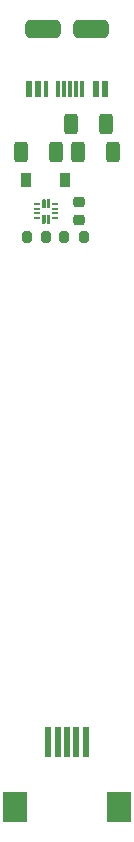
<source format=gbr>
%TF.GenerationSoftware,KiCad,Pcbnew,(6.0.7)*%
%TF.CreationDate,2022-10-02T22:03:49-05:00*%
%TF.ProjectId,OTG_PCB,4f54475f-5043-4422-9e6b-696361645f70,rev?*%
%TF.SameCoordinates,Original*%
%TF.FileFunction,Paste,Top*%
%TF.FilePolarity,Positive*%
%FSLAX46Y46*%
G04 Gerber Fmt 4.6, Leading zero omitted, Abs format (unit mm)*
G04 Created by KiCad (PCBNEW (6.0.7)) date 2022-10-02 22:03:49*
%MOMM*%
%LPD*%
G01*
G04 APERTURE LIST*
G04 Aperture macros list*
%AMRoundRect*
0 Rectangle with rounded corners*
0 $1 Rounding radius*
0 $2 $3 $4 $5 $6 $7 $8 $9 X,Y pos of 4 corners*
0 Add a 4 corners polygon primitive as box body*
4,1,4,$2,$3,$4,$5,$6,$7,$8,$9,$2,$3,0*
0 Add four circle primitives for the rounded corners*
1,1,$1+$1,$2,$3*
1,1,$1+$1,$4,$5*
1,1,$1+$1,$6,$7*
1,1,$1+$1,$8,$9*
0 Add four rect primitives between the rounded corners*
20,1,$1+$1,$2,$3,$4,$5,0*
20,1,$1+$1,$4,$5,$6,$7,0*
20,1,$1+$1,$6,$7,$8,$9,0*
20,1,$1+$1,$8,$9,$2,$3,0*%
G04 Aperture macros list end*
%ADD10C,0.100000*%
%ADD11R,0.499999X0.200000*%
%ADD12R,0.900000X1.200000*%
%ADD13RoundRect,0.381000X1.119000X0.381000X-1.119000X0.381000X-1.119000X-0.381000X1.119000X-0.381000X0*%
%ADD14R,0.600000X1.450000*%
%ADD15R,0.300000X1.450000*%
%ADD16R,0.500000X2.500000*%
%ADD17R,2.000000X2.500000*%
%ADD18RoundRect,0.225000X0.250000X-0.225000X0.250000X0.225000X-0.250000X0.225000X-0.250000X-0.225000X0*%
%ADD19RoundRect,0.200000X-0.200000X-0.275000X0.200000X-0.275000X0.200000X0.275000X-0.200000X0.275000X0*%
%ADD20RoundRect,0.200000X0.200000X0.275000X-0.200000X0.275000X-0.200000X-0.275000X0.200000X-0.275000X0*%
%ADD21RoundRect,0.250000X-0.312500X-0.625000X0.312500X-0.625000X0.312500X0.625000X-0.312500X0.625000X0*%
%ADD22RoundRect,0.250000X0.312500X0.625000X-0.312500X0.625000X-0.312500X-0.625000X0.312500X-0.625000X0*%
G04 APERTURE END LIST*
%TO.C,U2*%
G36*
X109496883Y-85509646D02*
G01*
X109507577Y-85512890D01*
X109517432Y-85518158D01*
X109526068Y-85525247D01*
X109533157Y-85533883D01*
X109538425Y-85543738D01*
X109541669Y-85554432D01*
X109542763Y-85565552D01*
X109542763Y-86121553D01*
X109541669Y-86132673D01*
X109538425Y-86143366D01*
X109533157Y-86153221D01*
X109526068Y-86161857D01*
X109517432Y-86168947D01*
X109507577Y-86174215D01*
X109496883Y-86177458D01*
X109485763Y-86178553D01*
X109399764Y-86178553D01*
X109388644Y-86177458D01*
X109377950Y-86174215D01*
X109368095Y-86168947D01*
X109359459Y-86161857D01*
X109352370Y-86153221D01*
X109347102Y-86143366D01*
X109343859Y-86132673D01*
X109342764Y-86121553D01*
X109342764Y-85565552D01*
X109343859Y-85554432D01*
X109347102Y-85543738D01*
X109352370Y-85533883D01*
X109359459Y-85525247D01*
X109368095Y-85518158D01*
X109377950Y-85512890D01*
X109388644Y-85509646D01*
X109399764Y-85508552D01*
X109485763Y-85508552D01*
X109496883Y-85509646D01*
G37*
D10*
X109496883Y-85509646D02*
X109507577Y-85512890D01*
X109517432Y-85518158D01*
X109526068Y-85525247D01*
X109533157Y-85533883D01*
X109538425Y-85543738D01*
X109541669Y-85554432D01*
X109542763Y-85565552D01*
X109542763Y-86121553D01*
X109541669Y-86132673D01*
X109538425Y-86143366D01*
X109533157Y-86153221D01*
X109526068Y-86161857D01*
X109517432Y-86168947D01*
X109507577Y-86174215D01*
X109496883Y-86177458D01*
X109485763Y-86178553D01*
X109399764Y-86178553D01*
X109388644Y-86177458D01*
X109377950Y-86174215D01*
X109368095Y-86168947D01*
X109359459Y-86161857D01*
X109352370Y-86153221D01*
X109347102Y-86143366D01*
X109343859Y-86132673D01*
X109342764Y-86121553D01*
X109342764Y-85565552D01*
X109343859Y-85554432D01*
X109347102Y-85543738D01*
X109352370Y-85533883D01*
X109359459Y-85525247D01*
X109368095Y-85518158D01*
X109377950Y-85512890D01*
X109388644Y-85509646D01*
X109399764Y-85508552D01*
X109485763Y-85508552D01*
X109496883Y-85509646D01*
G36*
X109096884Y-84209644D02*
G01*
X109107578Y-84212887D01*
X109117433Y-84218155D01*
X109126069Y-84225245D01*
X109133158Y-84233881D01*
X109138426Y-84243736D01*
X109141669Y-84254429D01*
X109142764Y-84265549D01*
X109142764Y-84821550D01*
X109141669Y-84832670D01*
X109138426Y-84843364D01*
X109133158Y-84853219D01*
X109126069Y-84861855D01*
X109117433Y-84868944D01*
X109107578Y-84874212D01*
X109096884Y-84877456D01*
X109085764Y-84878550D01*
X108999765Y-84878550D01*
X108988645Y-84877456D01*
X108977951Y-84874212D01*
X108968096Y-84868944D01*
X108959460Y-84861855D01*
X108952371Y-84853219D01*
X108947103Y-84843364D01*
X108943859Y-84832670D01*
X108942765Y-84821550D01*
X108942765Y-84265549D01*
X108943859Y-84254429D01*
X108947103Y-84243736D01*
X108952371Y-84233881D01*
X108959460Y-84225245D01*
X108968096Y-84218155D01*
X108977951Y-84212887D01*
X108988645Y-84209644D01*
X108999765Y-84208549D01*
X109085764Y-84208549D01*
X109096884Y-84209644D01*
G37*
X109096884Y-84209644D02*
X109107578Y-84212887D01*
X109117433Y-84218155D01*
X109126069Y-84225245D01*
X109133158Y-84233881D01*
X109138426Y-84243736D01*
X109141669Y-84254429D01*
X109142764Y-84265549D01*
X109142764Y-84821550D01*
X109141669Y-84832670D01*
X109138426Y-84843364D01*
X109133158Y-84853219D01*
X109126069Y-84861855D01*
X109117433Y-84868944D01*
X109107578Y-84874212D01*
X109096884Y-84877456D01*
X109085764Y-84878550D01*
X108999765Y-84878550D01*
X108988645Y-84877456D01*
X108977951Y-84874212D01*
X108968096Y-84868944D01*
X108959460Y-84861855D01*
X108952371Y-84853219D01*
X108947103Y-84843364D01*
X108943859Y-84832670D01*
X108942765Y-84821550D01*
X108942765Y-84265549D01*
X108943859Y-84254429D01*
X108947103Y-84243736D01*
X108952371Y-84233881D01*
X108959460Y-84225245D01*
X108968096Y-84218155D01*
X108977951Y-84212887D01*
X108988645Y-84209644D01*
X108999765Y-84208549D01*
X109085764Y-84208549D01*
X109096884Y-84209644D01*
G36*
X109096884Y-85509646D02*
G01*
X109107578Y-85512890D01*
X109117433Y-85518158D01*
X109126069Y-85525247D01*
X109133158Y-85533883D01*
X109138426Y-85543738D01*
X109141669Y-85554432D01*
X109142764Y-85565552D01*
X109142764Y-86121553D01*
X109141669Y-86132673D01*
X109138426Y-86143366D01*
X109133158Y-86153221D01*
X109126069Y-86161857D01*
X109117433Y-86168947D01*
X109107578Y-86174215D01*
X109096884Y-86177458D01*
X109085764Y-86178553D01*
X108999765Y-86178553D01*
X108988645Y-86177458D01*
X108977951Y-86174215D01*
X108968096Y-86168947D01*
X108959460Y-86161857D01*
X108952371Y-86153221D01*
X108947103Y-86143366D01*
X108943859Y-86132673D01*
X108942765Y-86121553D01*
X108942765Y-85565552D01*
X108943859Y-85554432D01*
X108947103Y-85543738D01*
X108952371Y-85533883D01*
X108959460Y-85525247D01*
X108968096Y-85518158D01*
X108977951Y-85512890D01*
X108988645Y-85509646D01*
X108999765Y-85508552D01*
X109085764Y-85508552D01*
X109096884Y-85509646D01*
G37*
X109096884Y-85509646D02*
X109107578Y-85512890D01*
X109117433Y-85518158D01*
X109126069Y-85525247D01*
X109133158Y-85533883D01*
X109138426Y-85543738D01*
X109141669Y-85554432D01*
X109142764Y-85565552D01*
X109142764Y-86121553D01*
X109141669Y-86132673D01*
X109138426Y-86143366D01*
X109133158Y-86153221D01*
X109126069Y-86161857D01*
X109117433Y-86168947D01*
X109107578Y-86174215D01*
X109096884Y-86177458D01*
X109085764Y-86178553D01*
X108999765Y-86178553D01*
X108988645Y-86177458D01*
X108977951Y-86174215D01*
X108968096Y-86168947D01*
X108959460Y-86161857D01*
X108952371Y-86153221D01*
X108947103Y-86143366D01*
X108943859Y-86132673D01*
X108942765Y-86121553D01*
X108942765Y-85565552D01*
X108943859Y-85554432D01*
X108947103Y-85543738D01*
X108952371Y-85533883D01*
X108959460Y-85525247D01*
X108968096Y-85518158D01*
X108977951Y-85512890D01*
X108988645Y-85509646D01*
X108999765Y-85508552D01*
X109085764Y-85508552D01*
X109096884Y-85509646D01*
G36*
X109496883Y-84209644D02*
G01*
X109507577Y-84212887D01*
X109517432Y-84218155D01*
X109526068Y-84225245D01*
X109533157Y-84233881D01*
X109538425Y-84243736D01*
X109541669Y-84254429D01*
X109542763Y-84265549D01*
X109542763Y-84821550D01*
X109541669Y-84832670D01*
X109538425Y-84843364D01*
X109533157Y-84853219D01*
X109526068Y-84861855D01*
X109517432Y-84868944D01*
X109507577Y-84874212D01*
X109496883Y-84877456D01*
X109485763Y-84878550D01*
X109399764Y-84878550D01*
X109388644Y-84877456D01*
X109377950Y-84874212D01*
X109368095Y-84868944D01*
X109359459Y-84861855D01*
X109352370Y-84853219D01*
X109347102Y-84843364D01*
X109343859Y-84832670D01*
X109342764Y-84821550D01*
X109342764Y-84265549D01*
X109343859Y-84254429D01*
X109347102Y-84243736D01*
X109352370Y-84233881D01*
X109359459Y-84225245D01*
X109368095Y-84218155D01*
X109377950Y-84212887D01*
X109388644Y-84209644D01*
X109399764Y-84208549D01*
X109485763Y-84208549D01*
X109496883Y-84209644D01*
G37*
X109496883Y-84209644D02*
X109507577Y-84212887D01*
X109517432Y-84218155D01*
X109526068Y-84225245D01*
X109533157Y-84233881D01*
X109538425Y-84243736D01*
X109541669Y-84254429D01*
X109542763Y-84265549D01*
X109542763Y-84821550D01*
X109541669Y-84832670D01*
X109538425Y-84843364D01*
X109533157Y-84853219D01*
X109526068Y-84861855D01*
X109517432Y-84868944D01*
X109507577Y-84874212D01*
X109496883Y-84877456D01*
X109485763Y-84878550D01*
X109399764Y-84878550D01*
X109388644Y-84877456D01*
X109377950Y-84874212D01*
X109368095Y-84868944D01*
X109359459Y-84861855D01*
X109352370Y-84853219D01*
X109347102Y-84843364D01*
X109343859Y-84832670D01*
X109342764Y-84821550D01*
X109342764Y-84265549D01*
X109343859Y-84254429D01*
X109347102Y-84243736D01*
X109352370Y-84233881D01*
X109359459Y-84225245D01*
X109368095Y-84218155D01*
X109377950Y-84212887D01*
X109388644Y-84209644D01*
X109399764Y-84208549D01*
X109485763Y-84208549D01*
X109496883Y-84209644D01*
%TD*%
D11*
%TO.C,U2*%
X108492763Y-84593552D03*
X108492763Y-84993551D03*
X108492763Y-85393551D03*
X108492763Y-85793550D03*
X109992765Y-85793550D03*
X109992765Y-85393551D03*
X109992765Y-84993551D03*
X109992765Y-84593552D03*
%TD*%
D12*
%TO.C,D1*%
X110892764Y-82593551D03*
X107592764Y-82593551D03*
%TD*%
D13*
%TO.C,J5*%
X113042764Y-69793551D03*
X109042764Y-69793551D03*
D14*
X114292764Y-74838551D03*
X113492764Y-74838551D03*
D15*
X112292764Y-74838551D03*
X111292764Y-74838551D03*
X110792764Y-74838551D03*
D14*
X108592764Y-74838551D03*
X107792764Y-74838551D03*
X107792764Y-74838551D03*
X108592764Y-74838551D03*
D15*
X109292764Y-74838551D03*
X110292764Y-74838551D03*
X111792764Y-74838551D03*
D14*
X113492764Y-74838551D03*
X114292764Y-74838551D03*
%TD*%
D16*
%TO.C,J4*%
X109442764Y-130168551D03*
X110242764Y-130168551D03*
X111042764Y-130168551D03*
X111842764Y-130168551D03*
X112642764Y-130168551D03*
D17*
X106642764Y-135668551D03*
X115442764Y-135668551D03*
%TD*%
D18*
%TO.C,C1*%
X112042764Y-85968551D03*
X112042764Y-84418551D03*
%TD*%
D19*
%TO.C,R4*%
X107617764Y-87393551D03*
X109267764Y-87393551D03*
%TD*%
D20*
%TO.C,R3*%
X112467764Y-87393551D03*
X110817764Y-87393551D03*
%TD*%
D21*
%TO.C,R6*%
X111980264Y-80193551D03*
X114905264Y-80193551D03*
%TD*%
D22*
%TO.C,R7*%
X110105264Y-80193551D03*
X107180264Y-80193551D03*
%TD*%
D21*
%TO.C,R5*%
X111380264Y-77793551D03*
X114305264Y-77793551D03*
%TD*%
M02*

</source>
